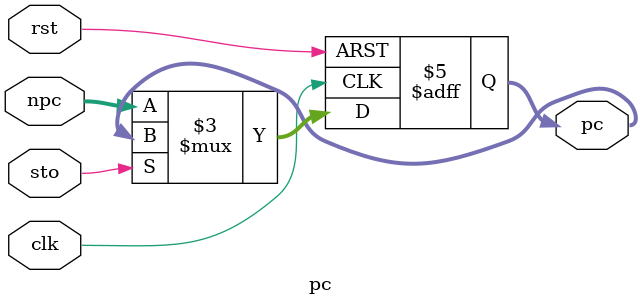
<source format=v>

module pc(clk,rst,npc,pc,sto);
	input clk;
	input rst;
	input [31:0]npc;
	output reg[31:0]pc;
	input sto;
	
	/*initial
	begin
	pc=32'h0000_3000;
	end*/
	
	//always@(posedge clk or posedge rst)
	always@(posedge clk or posedge rst)
	begin
		if(rst)
		begin
			pc=32'h0000_3000;
		end
		else if(sto)
		begin 
			pc=pc;
		end
		else
		begin
		  pc=npc;
		end 
	end


endmodule

</source>
